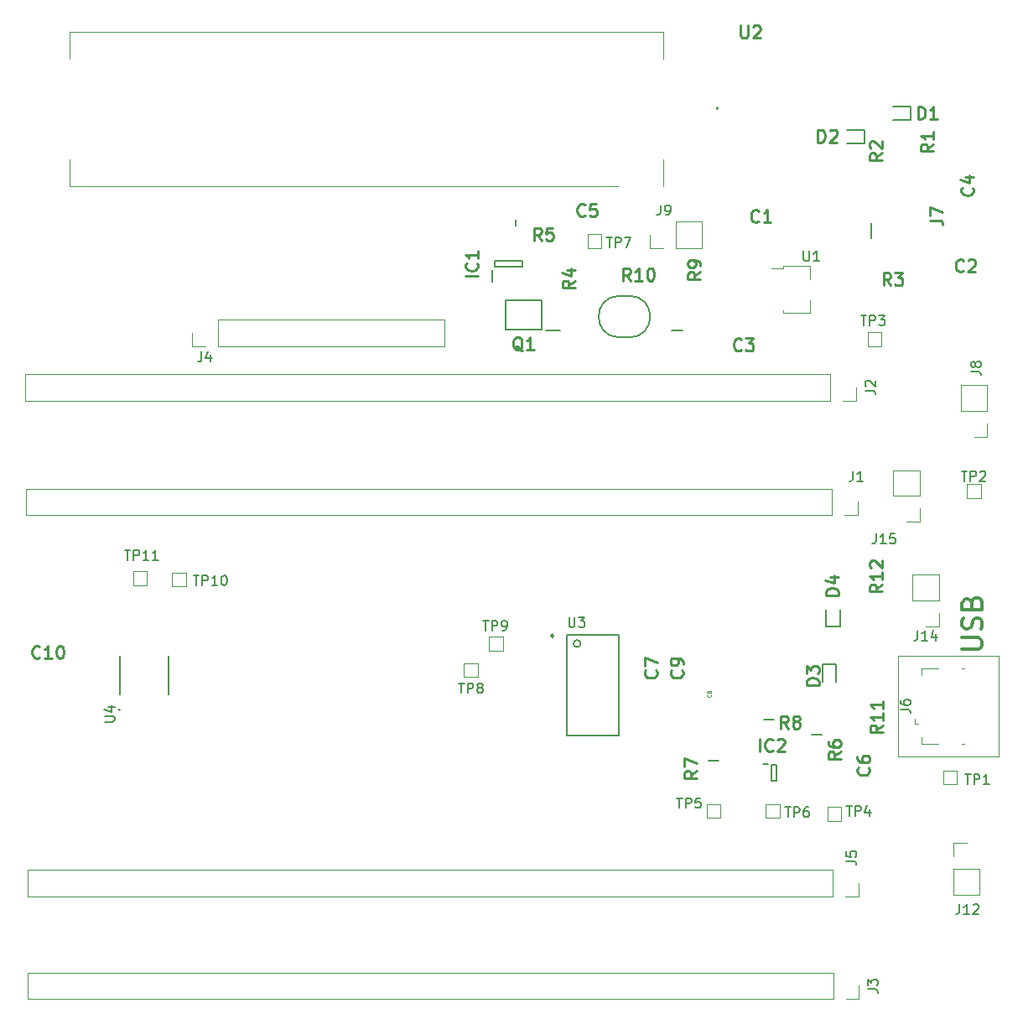
<source format=gbr>
%TF.GenerationSoftware,KiCad,Pcbnew,(6.0.2)*%
%TF.CreationDate,2022-04-11T18:55:53+02:00*%
%TF.ProjectId,main,6d61696e-2e6b-4696-9361-645f70636258,rev?*%
%TF.SameCoordinates,Original*%
%TF.FileFunction,Legend,Top*%
%TF.FilePolarity,Positive*%
%FSLAX46Y46*%
G04 Gerber Fmt 4.6, Leading zero omitted, Abs format (unit mm)*
G04 Created by KiCad (PCBNEW (6.0.2)) date 2022-04-11 18:55:53*
%MOMM*%
%LPD*%
G01*
G04 APERTURE LIST*
%ADD10C,0.100000*%
%ADD11C,0.300000*%
%ADD12C,0.254000*%
%ADD13C,0.150000*%
%ADD14C,0.098425*%
%ADD15C,0.200000*%
%ADD16C,0.120000*%
%ADD17C,0.127000*%
%ADD18C,0.203200*%
G04 APERTURE END LIST*
D10*
X173536000Y-116459000D02*
X183696000Y-116459000D01*
X183696000Y-116459000D02*
X183696000Y-126619000D01*
X183696000Y-126619000D02*
X173536000Y-126619000D01*
X173536000Y-126619000D02*
X173536000Y-116459000D01*
D11*
X180024761Y-115733809D02*
X181643809Y-115733809D01*
X181834285Y-115638571D01*
X181929523Y-115543333D01*
X182024761Y-115352857D01*
X182024761Y-114971904D01*
X181929523Y-114781428D01*
X181834285Y-114686190D01*
X181643809Y-114590952D01*
X180024761Y-114590952D01*
X181929523Y-113733809D02*
X182024761Y-113448095D01*
X182024761Y-112971904D01*
X181929523Y-112781428D01*
X181834285Y-112686190D01*
X181643809Y-112590952D01*
X181453333Y-112590952D01*
X181262857Y-112686190D01*
X181167619Y-112781428D01*
X181072380Y-112971904D01*
X180977142Y-113352857D01*
X180881904Y-113543333D01*
X180786666Y-113638571D01*
X180596190Y-113733809D01*
X180405714Y-113733809D01*
X180215238Y-113638571D01*
X180120000Y-113543333D01*
X180024761Y-113352857D01*
X180024761Y-112876666D01*
X180120000Y-112590952D01*
X180977142Y-111067142D02*
X181072380Y-110781428D01*
X181167619Y-110686190D01*
X181358095Y-110590952D01*
X181643809Y-110590952D01*
X181834285Y-110686190D01*
X181929523Y-110781428D01*
X182024761Y-110971904D01*
X182024761Y-111733809D01*
X180024761Y-111733809D01*
X180024761Y-111067142D01*
X180120000Y-110876666D01*
X180215238Y-110781428D01*
X180405714Y-110686190D01*
X180596190Y-110686190D01*
X180786666Y-110781428D01*
X180881904Y-110876666D01*
X180977142Y-111067142D01*
X180977142Y-111733809D01*
D12*
%TO.C,R4*%
X140924523Y-78531666D02*
X140319761Y-78955000D01*
X140924523Y-79257380D02*
X139654523Y-79257380D01*
X139654523Y-78773571D01*
X139715000Y-78652619D01*
X139775476Y-78592142D01*
X139896428Y-78531666D01*
X140077857Y-78531666D01*
X140198809Y-78592142D01*
X140259285Y-78652619D01*
X140319761Y-78773571D01*
X140319761Y-79257380D01*
X140077857Y-77443095D02*
X140924523Y-77443095D01*
X139594047Y-77745476D02*
X140501190Y-78047857D01*
X140501190Y-77261666D01*
%TO.C,D3*%
X165574523Y-119357380D02*
X164304523Y-119357380D01*
X164304523Y-119055000D01*
X164365000Y-118873571D01*
X164485952Y-118752619D01*
X164606904Y-118692142D01*
X164848809Y-118631666D01*
X165030238Y-118631666D01*
X165272142Y-118692142D01*
X165393095Y-118752619D01*
X165514047Y-118873571D01*
X165574523Y-119055000D01*
X165574523Y-119357380D01*
X164304523Y-118208333D02*
X164304523Y-117422142D01*
X164788333Y-117845476D01*
X164788333Y-117664047D01*
X164848809Y-117543095D01*
X164909285Y-117482619D01*
X165030238Y-117422142D01*
X165332619Y-117422142D01*
X165453571Y-117482619D01*
X165514047Y-117543095D01*
X165574523Y-117664047D01*
X165574523Y-118026904D01*
X165514047Y-118147857D01*
X165453571Y-118208333D01*
%TO.C,J7*%
X176794523Y-72433333D02*
X177701666Y-72433333D01*
X177883095Y-72493809D01*
X178004047Y-72614761D01*
X178064523Y-72796190D01*
X178064523Y-72917142D01*
X176794523Y-71949523D02*
X176794523Y-71102857D01*
X178064523Y-71647142D01*
D13*
%TO.C,J14*%
X175520476Y-113867380D02*
X175520476Y-114581666D01*
X175472857Y-114724523D01*
X175377619Y-114819761D01*
X175234761Y-114867380D01*
X175139523Y-114867380D01*
X176520476Y-114867380D02*
X175949047Y-114867380D01*
X176234761Y-114867380D02*
X176234761Y-113867380D01*
X176139523Y-114010238D01*
X176044285Y-114105476D01*
X175949047Y-114153095D01*
X177377619Y-114200714D02*
X177377619Y-114867380D01*
X177139523Y-113819761D02*
X176901428Y-114534047D01*
X177520476Y-114534047D01*
%TO.C,TP9*%
X131648095Y-112872380D02*
X132219523Y-112872380D01*
X131933809Y-113872380D02*
X131933809Y-112872380D01*
X132552857Y-113872380D02*
X132552857Y-112872380D01*
X132933809Y-112872380D01*
X133029047Y-112920000D01*
X133076666Y-112967619D01*
X133124285Y-113062857D01*
X133124285Y-113205714D01*
X133076666Y-113300952D01*
X133029047Y-113348571D01*
X132933809Y-113396190D01*
X132552857Y-113396190D01*
X133600476Y-113872380D02*
X133790952Y-113872380D01*
X133886190Y-113824761D01*
X133933809Y-113777142D01*
X134029047Y-113634285D01*
X134076666Y-113443809D01*
X134076666Y-113062857D01*
X134029047Y-112967619D01*
X133981428Y-112920000D01*
X133886190Y-112872380D01*
X133695714Y-112872380D01*
X133600476Y-112920000D01*
X133552857Y-112967619D01*
X133505238Y-113062857D01*
X133505238Y-113300952D01*
X133552857Y-113396190D01*
X133600476Y-113443809D01*
X133695714Y-113491428D01*
X133886190Y-113491428D01*
X133981428Y-113443809D01*
X134029047Y-113396190D01*
X134076666Y-113300952D01*
D12*
%TO.C,C10*%
X86896571Y-116553571D02*
X86836095Y-116614047D01*
X86654666Y-116674523D01*
X86533714Y-116674523D01*
X86352285Y-116614047D01*
X86231333Y-116493095D01*
X86170857Y-116372142D01*
X86110380Y-116130238D01*
X86110380Y-115948809D01*
X86170857Y-115706904D01*
X86231333Y-115585952D01*
X86352285Y-115465000D01*
X86533714Y-115404523D01*
X86654666Y-115404523D01*
X86836095Y-115465000D01*
X86896571Y-115525476D01*
X88106095Y-116674523D02*
X87380380Y-116674523D01*
X87743238Y-116674523D02*
X87743238Y-115404523D01*
X87622285Y-115585952D01*
X87501333Y-115706904D01*
X87380380Y-115767380D01*
X88892285Y-115404523D02*
X89013238Y-115404523D01*
X89134190Y-115465000D01*
X89194666Y-115525476D01*
X89255142Y-115646428D01*
X89315619Y-115888333D01*
X89315619Y-116190714D01*
X89255142Y-116432619D01*
X89194666Y-116553571D01*
X89134190Y-116614047D01*
X89013238Y-116674523D01*
X88892285Y-116674523D01*
X88771333Y-116614047D01*
X88710857Y-116553571D01*
X88650380Y-116432619D01*
X88589904Y-116190714D01*
X88589904Y-115888333D01*
X88650380Y-115646428D01*
X88710857Y-115525476D01*
X88771333Y-115465000D01*
X88892285Y-115404523D01*
D13*
%TO.C,J8*%
X180935380Y-87709333D02*
X181649666Y-87709333D01*
X181792523Y-87756952D01*
X181887761Y-87852190D01*
X181935380Y-87995047D01*
X181935380Y-88090285D01*
X181363952Y-87090285D02*
X181316333Y-87185523D01*
X181268714Y-87233142D01*
X181173476Y-87280761D01*
X181125857Y-87280761D01*
X181030619Y-87233142D01*
X180983000Y-87185523D01*
X180935380Y-87090285D01*
X180935380Y-86899809D01*
X180983000Y-86804571D01*
X181030619Y-86756952D01*
X181125857Y-86709333D01*
X181173476Y-86709333D01*
X181268714Y-86756952D01*
X181316333Y-86804571D01*
X181363952Y-86899809D01*
X181363952Y-87090285D01*
X181411571Y-87185523D01*
X181459190Y-87233142D01*
X181554428Y-87280761D01*
X181744904Y-87280761D01*
X181840142Y-87233142D01*
X181887761Y-87185523D01*
X181935380Y-87090285D01*
X181935380Y-86899809D01*
X181887761Y-86804571D01*
X181840142Y-86756952D01*
X181744904Y-86709333D01*
X181554428Y-86709333D01*
X181459190Y-86756952D01*
X181411571Y-86804571D01*
X181363952Y-86899809D01*
D12*
%TO.C,D4*%
X167544523Y-110286380D02*
X166274523Y-110286380D01*
X166274523Y-109984000D01*
X166335000Y-109802571D01*
X166455952Y-109681619D01*
X166576904Y-109621142D01*
X166818809Y-109560666D01*
X167000238Y-109560666D01*
X167242142Y-109621142D01*
X167363095Y-109681619D01*
X167484047Y-109802571D01*
X167544523Y-109984000D01*
X167544523Y-110286380D01*
X166697857Y-108472095D02*
X167544523Y-108472095D01*
X166214047Y-108774476D02*
X167121190Y-109076857D01*
X167121190Y-108290666D01*
D13*
%TO.C,TP11*%
X95461904Y-105742380D02*
X96033333Y-105742380D01*
X95747619Y-106742380D02*
X95747619Y-105742380D01*
X96366666Y-106742380D02*
X96366666Y-105742380D01*
X96747619Y-105742380D01*
X96842857Y-105790000D01*
X96890476Y-105837619D01*
X96938095Y-105932857D01*
X96938095Y-106075714D01*
X96890476Y-106170952D01*
X96842857Y-106218571D01*
X96747619Y-106266190D01*
X96366666Y-106266190D01*
X97890476Y-106742380D02*
X97319047Y-106742380D01*
X97604761Y-106742380D02*
X97604761Y-105742380D01*
X97509523Y-105885238D01*
X97414285Y-105980476D01*
X97319047Y-106028095D01*
X98842857Y-106742380D02*
X98271428Y-106742380D01*
X98557142Y-106742380D02*
X98557142Y-105742380D01*
X98461904Y-105885238D01*
X98366666Y-105980476D01*
X98271428Y-106028095D01*
D12*
%TO.C,R6*%
X167764523Y-126101666D02*
X167159761Y-126525000D01*
X167764523Y-126827380D02*
X166494523Y-126827380D01*
X166494523Y-126343571D01*
X166555000Y-126222619D01*
X166615476Y-126162142D01*
X166736428Y-126101666D01*
X166917857Y-126101666D01*
X167038809Y-126162142D01*
X167099285Y-126222619D01*
X167159761Y-126343571D01*
X167159761Y-126827380D01*
X166494523Y-125013095D02*
X166494523Y-125255000D01*
X166555000Y-125375952D01*
X166615476Y-125436428D01*
X166796904Y-125557380D01*
X167038809Y-125617857D01*
X167522619Y-125617857D01*
X167643571Y-125557380D01*
X167704047Y-125496904D01*
X167764523Y-125375952D01*
X167764523Y-125134047D01*
X167704047Y-125013095D01*
X167643571Y-124952619D01*
X167522619Y-124892142D01*
X167220238Y-124892142D01*
X167099285Y-124952619D01*
X167038809Y-125013095D01*
X166978333Y-125134047D01*
X166978333Y-125375952D01*
X167038809Y-125496904D01*
X167099285Y-125557380D01*
X167220238Y-125617857D01*
%TO.C,C2*%
X180158333Y-77533571D02*
X180097857Y-77594047D01*
X179916428Y-77654523D01*
X179795476Y-77654523D01*
X179614047Y-77594047D01*
X179493095Y-77473095D01*
X179432619Y-77352142D01*
X179372142Y-77110238D01*
X179372142Y-76928809D01*
X179432619Y-76686904D01*
X179493095Y-76565952D01*
X179614047Y-76445000D01*
X179795476Y-76384523D01*
X179916428Y-76384523D01*
X180097857Y-76445000D01*
X180158333Y-76505476D01*
X180642142Y-76505476D02*
X180702619Y-76445000D01*
X180823571Y-76384523D01*
X181125952Y-76384523D01*
X181246904Y-76445000D01*
X181307380Y-76505476D01*
X181367857Y-76626428D01*
X181367857Y-76747380D01*
X181307380Y-76928809D01*
X180581666Y-77654523D01*
X181367857Y-77654523D01*
D13*
%TO.C,TP5*%
X151208095Y-130772380D02*
X151779523Y-130772380D01*
X151493809Y-131772380D02*
X151493809Y-130772380D01*
X152112857Y-131772380D02*
X152112857Y-130772380D01*
X152493809Y-130772380D01*
X152589047Y-130820000D01*
X152636666Y-130867619D01*
X152684285Y-130962857D01*
X152684285Y-131105714D01*
X152636666Y-131200952D01*
X152589047Y-131248571D01*
X152493809Y-131296190D01*
X152112857Y-131296190D01*
X153589047Y-130772380D02*
X153112857Y-130772380D01*
X153065238Y-131248571D01*
X153112857Y-131200952D01*
X153208095Y-131153333D01*
X153446190Y-131153333D01*
X153541428Y-131200952D01*
X153589047Y-131248571D01*
X153636666Y-131343809D01*
X153636666Y-131581904D01*
X153589047Y-131677142D01*
X153541428Y-131724761D01*
X153446190Y-131772380D01*
X153208095Y-131772380D01*
X153112857Y-131724761D01*
X153065238Y-131677142D01*
D12*
%TO.C,R3*%
X172808333Y-79014523D02*
X172385000Y-78409761D01*
X172082619Y-79014523D02*
X172082619Y-77744523D01*
X172566428Y-77744523D01*
X172687380Y-77805000D01*
X172747857Y-77865476D01*
X172808333Y-77986428D01*
X172808333Y-78167857D01*
X172747857Y-78288809D01*
X172687380Y-78349285D01*
X172566428Y-78409761D01*
X172082619Y-78409761D01*
X173231666Y-77744523D02*
X174017857Y-77744523D01*
X173594523Y-78228333D01*
X173775952Y-78228333D01*
X173896904Y-78288809D01*
X173957380Y-78349285D01*
X174017857Y-78470238D01*
X174017857Y-78772619D01*
X173957380Y-78893571D01*
X173896904Y-78954047D01*
X173775952Y-79014523D01*
X173413095Y-79014523D01*
X173292142Y-78954047D01*
X173231666Y-78893571D01*
%TO.C,R1*%
X177133523Y-64728666D02*
X176528761Y-65152000D01*
X177133523Y-65454380D02*
X175863523Y-65454380D01*
X175863523Y-64970571D01*
X175924000Y-64849619D01*
X175984476Y-64789142D01*
X176105428Y-64728666D01*
X176286857Y-64728666D01*
X176407809Y-64789142D01*
X176468285Y-64849619D01*
X176528761Y-64970571D01*
X176528761Y-65454380D01*
X177133523Y-63519142D02*
X177133523Y-64244857D01*
X177133523Y-63882000D02*
X175863523Y-63882000D01*
X176044952Y-64002952D01*
X176165904Y-64123904D01*
X176226380Y-64244857D01*
%TO.C,R2*%
X171934523Y-65641666D02*
X171329761Y-66065000D01*
X171934523Y-66367380D02*
X170664523Y-66367380D01*
X170664523Y-65883571D01*
X170725000Y-65762619D01*
X170785476Y-65702142D01*
X170906428Y-65641666D01*
X171087857Y-65641666D01*
X171208809Y-65702142D01*
X171269285Y-65762619D01*
X171329761Y-65883571D01*
X171329761Y-66367380D01*
X170785476Y-65157857D02*
X170725000Y-65097380D01*
X170664523Y-64976428D01*
X170664523Y-64674047D01*
X170725000Y-64553095D01*
X170785476Y-64492619D01*
X170906428Y-64432142D01*
X171027380Y-64432142D01*
X171208809Y-64492619D01*
X171934523Y-65218333D01*
X171934523Y-64432142D01*
%TO.C,D2*%
X165462619Y-64564523D02*
X165462619Y-63294523D01*
X165765000Y-63294523D01*
X165946428Y-63355000D01*
X166067380Y-63475952D01*
X166127857Y-63596904D01*
X166188333Y-63838809D01*
X166188333Y-64020238D01*
X166127857Y-64262142D01*
X166067380Y-64383095D01*
X165946428Y-64504047D01*
X165765000Y-64564523D01*
X165462619Y-64564523D01*
X166672142Y-63415476D02*
X166732619Y-63355000D01*
X166853571Y-63294523D01*
X167155952Y-63294523D01*
X167276904Y-63355000D01*
X167337380Y-63415476D01*
X167397857Y-63536428D01*
X167397857Y-63657380D01*
X167337380Y-63838809D01*
X166611666Y-64564523D01*
X167397857Y-64564523D01*
%TO.C,D1*%
X175563619Y-62237523D02*
X175563619Y-60967523D01*
X175866000Y-60967523D01*
X176047428Y-61028000D01*
X176168380Y-61148952D01*
X176228857Y-61269904D01*
X176289333Y-61511809D01*
X176289333Y-61693238D01*
X176228857Y-61935142D01*
X176168380Y-62056095D01*
X176047428Y-62177047D01*
X175866000Y-62237523D01*
X175563619Y-62237523D01*
X177498857Y-62237523D02*
X176773142Y-62237523D01*
X177136000Y-62237523D02*
X177136000Y-60967523D01*
X177015047Y-61148952D01*
X176894095Y-61269904D01*
X176773142Y-61330380D01*
D13*
%TO.C,J4*%
X103231666Y-85722380D02*
X103231666Y-86436666D01*
X103184047Y-86579523D01*
X103088809Y-86674761D01*
X102945952Y-86722380D01*
X102850714Y-86722380D01*
X104136428Y-86055714D02*
X104136428Y-86722380D01*
X103898333Y-85674761D02*
X103660238Y-86389047D01*
X104279285Y-86389047D01*
D12*
%TO.C,R5*%
X137528333Y-74484523D02*
X137105000Y-73879761D01*
X136802619Y-74484523D02*
X136802619Y-73214523D01*
X137286428Y-73214523D01*
X137407380Y-73275000D01*
X137467857Y-73335476D01*
X137528333Y-73456428D01*
X137528333Y-73637857D01*
X137467857Y-73758809D01*
X137407380Y-73819285D01*
X137286428Y-73879761D01*
X136802619Y-73879761D01*
X138677380Y-73214523D02*
X138072619Y-73214523D01*
X138012142Y-73819285D01*
X138072619Y-73758809D01*
X138193571Y-73698333D01*
X138495952Y-73698333D01*
X138616904Y-73758809D01*
X138677380Y-73819285D01*
X138737857Y-73940238D01*
X138737857Y-74242619D01*
X138677380Y-74363571D01*
X138616904Y-74424047D01*
X138495952Y-74484523D01*
X138193571Y-74484523D01*
X138072619Y-74424047D01*
X138012142Y-74363571D01*
%TO.C,R12*%
X171971523Y-109196428D02*
X171366761Y-109619761D01*
X171971523Y-109922142D02*
X170701523Y-109922142D01*
X170701523Y-109438333D01*
X170762000Y-109317380D01*
X170822476Y-109256904D01*
X170943428Y-109196428D01*
X171124857Y-109196428D01*
X171245809Y-109256904D01*
X171306285Y-109317380D01*
X171366761Y-109438333D01*
X171366761Y-109922142D01*
X171971523Y-107986904D02*
X171971523Y-108712619D01*
X171971523Y-108349761D02*
X170701523Y-108349761D01*
X170882952Y-108470714D01*
X171003904Y-108591666D01*
X171064380Y-108712619D01*
X170822476Y-107503095D02*
X170762000Y-107442619D01*
X170701523Y-107321666D01*
X170701523Y-107019285D01*
X170762000Y-106898333D01*
X170822476Y-106837857D01*
X170943428Y-106777380D01*
X171064380Y-106777380D01*
X171245809Y-106837857D01*
X171971523Y-107563571D01*
X171971523Y-106777380D01*
D13*
%TO.C,J3*%
X170497380Y-150066333D02*
X171211666Y-150066333D01*
X171354523Y-150113952D01*
X171449761Y-150209190D01*
X171497380Y-150352047D01*
X171497380Y-150447285D01*
X170497380Y-149685380D02*
X170497380Y-149066333D01*
X170878333Y-149399666D01*
X170878333Y-149256809D01*
X170925952Y-149161571D01*
X170973571Y-149113952D01*
X171068809Y-149066333D01*
X171306904Y-149066333D01*
X171402142Y-149113952D01*
X171449761Y-149161571D01*
X171497380Y-149256809D01*
X171497380Y-149542523D01*
X171449761Y-149637761D01*
X171402142Y-149685380D01*
%TO.C,J1*%
X168986666Y-97792380D02*
X168986666Y-98506666D01*
X168939047Y-98649523D01*
X168843809Y-98744761D01*
X168700952Y-98792380D01*
X168605714Y-98792380D01*
X169986666Y-98792380D02*
X169415238Y-98792380D01*
X169700952Y-98792380D02*
X169700952Y-97792380D01*
X169605714Y-97935238D01*
X169510476Y-98030476D01*
X169415238Y-98078095D01*
D12*
%TO.C,C7*%
X149103571Y-117851666D02*
X149164047Y-117912142D01*
X149224523Y-118093571D01*
X149224523Y-118214523D01*
X149164047Y-118395952D01*
X149043095Y-118516904D01*
X148922142Y-118577380D01*
X148680238Y-118637857D01*
X148498809Y-118637857D01*
X148256904Y-118577380D01*
X148135952Y-118516904D01*
X148015000Y-118395952D01*
X147954523Y-118214523D01*
X147954523Y-118093571D01*
X148015000Y-117912142D01*
X148075476Y-117851666D01*
X147954523Y-117428333D02*
X147954523Y-116581666D01*
X149224523Y-117125952D01*
%TO.C,IC2*%
X159570238Y-126064523D02*
X159570238Y-124794523D01*
X160900714Y-125943571D02*
X160840238Y-126004047D01*
X160658809Y-126064523D01*
X160537857Y-126064523D01*
X160356428Y-126004047D01*
X160235476Y-125883095D01*
X160175000Y-125762142D01*
X160114523Y-125520238D01*
X160114523Y-125338809D01*
X160175000Y-125096904D01*
X160235476Y-124975952D01*
X160356428Y-124855000D01*
X160537857Y-124794523D01*
X160658809Y-124794523D01*
X160840238Y-124855000D01*
X160900714Y-124915476D01*
X161384523Y-124915476D02*
X161445000Y-124855000D01*
X161565952Y-124794523D01*
X161868333Y-124794523D01*
X161989285Y-124855000D01*
X162049761Y-124915476D01*
X162110238Y-125036428D01*
X162110238Y-125157380D01*
X162049761Y-125338809D01*
X161324047Y-126064523D01*
X162110238Y-126064523D01*
D13*
%TO.C,TP10*%
X102401904Y-108291380D02*
X102973333Y-108291380D01*
X102687619Y-109291380D02*
X102687619Y-108291380D01*
X103306666Y-109291380D02*
X103306666Y-108291380D01*
X103687619Y-108291380D01*
X103782857Y-108339000D01*
X103830476Y-108386619D01*
X103878095Y-108481857D01*
X103878095Y-108624714D01*
X103830476Y-108719952D01*
X103782857Y-108767571D01*
X103687619Y-108815190D01*
X103306666Y-108815190D01*
X104830476Y-109291380D02*
X104259047Y-109291380D01*
X104544761Y-109291380D02*
X104544761Y-108291380D01*
X104449523Y-108434238D01*
X104354285Y-108529476D01*
X104259047Y-108577095D01*
X105449523Y-108291380D02*
X105544761Y-108291380D01*
X105640000Y-108339000D01*
X105687619Y-108386619D01*
X105735238Y-108481857D01*
X105782857Y-108672333D01*
X105782857Y-108910428D01*
X105735238Y-109100904D01*
X105687619Y-109196142D01*
X105640000Y-109243761D01*
X105544761Y-109291380D01*
X105449523Y-109291380D01*
X105354285Y-109243761D01*
X105306666Y-109196142D01*
X105259047Y-109100904D01*
X105211428Y-108910428D01*
X105211428Y-108672333D01*
X105259047Y-108481857D01*
X105306666Y-108386619D01*
X105354285Y-108339000D01*
X105449523Y-108291380D01*
%TO.C,TP6*%
X162148095Y-131692380D02*
X162719523Y-131692380D01*
X162433809Y-132692380D02*
X162433809Y-131692380D01*
X163052857Y-132692380D02*
X163052857Y-131692380D01*
X163433809Y-131692380D01*
X163529047Y-131740000D01*
X163576666Y-131787619D01*
X163624285Y-131882857D01*
X163624285Y-132025714D01*
X163576666Y-132120952D01*
X163529047Y-132168571D01*
X163433809Y-132216190D01*
X163052857Y-132216190D01*
X164481428Y-131692380D02*
X164290952Y-131692380D01*
X164195714Y-131740000D01*
X164148095Y-131787619D01*
X164052857Y-131930476D01*
X164005238Y-132120952D01*
X164005238Y-132501904D01*
X164052857Y-132597142D01*
X164100476Y-132644761D01*
X164195714Y-132692380D01*
X164386190Y-132692380D01*
X164481428Y-132644761D01*
X164529047Y-132597142D01*
X164576666Y-132501904D01*
X164576666Y-132263809D01*
X164529047Y-132168571D01*
X164481428Y-132120952D01*
X164386190Y-132073333D01*
X164195714Y-132073333D01*
X164100476Y-132120952D01*
X164052857Y-132168571D01*
X164005238Y-132263809D01*
D12*
%TO.C,C3*%
X157738333Y-85513571D02*
X157677857Y-85574047D01*
X157496428Y-85634523D01*
X157375476Y-85634523D01*
X157194047Y-85574047D01*
X157073095Y-85453095D01*
X157012619Y-85332142D01*
X156952142Y-85090238D01*
X156952142Y-84908809D01*
X157012619Y-84666904D01*
X157073095Y-84545952D01*
X157194047Y-84425000D01*
X157375476Y-84364523D01*
X157496428Y-84364523D01*
X157677857Y-84425000D01*
X157738333Y-84485476D01*
X158161666Y-84364523D02*
X158947857Y-84364523D01*
X158524523Y-84848333D01*
X158705952Y-84848333D01*
X158826904Y-84908809D01*
X158887380Y-84969285D01*
X158947857Y-85090238D01*
X158947857Y-85392619D01*
X158887380Y-85513571D01*
X158826904Y-85574047D01*
X158705952Y-85634523D01*
X158343095Y-85634523D01*
X158222142Y-85574047D01*
X158161666Y-85513571D01*
%TO.C,R11*%
X171988523Y-123402428D02*
X171383761Y-123825761D01*
X171988523Y-124128142D02*
X170718523Y-124128142D01*
X170718523Y-123644333D01*
X170779000Y-123523380D01*
X170839476Y-123462904D01*
X170960428Y-123402428D01*
X171141857Y-123402428D01*
X171262809Y-123462904D01*
X171323285Y-123523380D01*
X171383761Y-123644333D01*
X171383761Y-124128142D01*
X171988523Y-122192904D02*
X171988523Y-122918619D01*
X171988523Y-122555761D02*
X170718523Y-122555761D01*
X170899952Y-122676714D01*
X171020904Y-122797666D01*
X171081380Y-122918619D01*
X171988523Y-120983380D02*
X171988523Y-121709095D01*
X171988523Y-121346238D02*
X170718523Y-121346238D01*
X170899952Y-121467190D01*
X171020904Y-121588142D01*
X171081380Y-121709095D01*
%TO.C,R9*%
X153609523Y-77681666D02*
X153004761Y-78105000D01*
X153609523Y-78407380D02*
X152339523Y-78407380D01*
X152339523Y-77923571D01*
X152400000Y-77802619D01*
X152460476Y-77742142D01*
X152581428Y-77681666D01*
X152762857Y-77681666D01*
X152883809Y-77742142D01*
X152944285Y-77802619D01*
X153004761Y-77923571D01*
X153004761Y-78407380D01*
X153609523Y-77076904D02*
X153609523Y-76835000D01*
X153549047Y-76714047D01*
X153488571Y-76653571D01*
X153307142Y-76532619D01*
X153065238Y-76472142D01*
X152581428Y-76472142D01*
X152460476Y-76532619D01*
X152400000Y-76593095D01*
X152339523Y-76714047D01*
X152339523Y-76955952D01*
X152400000Y-77076904D01*
X152460476Y-77137380D01*
X152581428Y-77197857D01*
X152883809Y-77197857D01*
X153004761Y-77137380D01*
X153065238Y-77076904D01*
X153125714Y-76955952D01*
X153125714Y-76714047D01*
X153065238Y-76593095D01*
X153004761Y-76532619D01*
X152883809Y-76472142D01*
D13*
%TO.C,TP7*%
X144103095Y-74172380D02*
X144674523Y-74172380D01*
X144388809Y-75172380D02*
X144388809Y-74172380D01*
X145007857Y-75172380D02*
X145007857Y-74172380D01*
X145388809Y-74172380D01*
X145484047Y-74220000D01*
X145531666Y-74267619D01*
X145579285Y-74362857D01*
X145579285Y-74505714D01*
X145531666Y-74600952D01*
X145484047Y-74648571D01*
X145388809Y-74696190D01*
X145007857Y-74696190D01*
X145912619Y-74172380D02*
X146579285Y-74172380D01*
X146150714Y-75172380D01*
D12*
%TO.C,IC1*%
X131144523Y-78089761D02*
X129874523Y-78089761D01*
X131023571Y-76759285D02*
X131084047Y-76819761D01*
X131144523Y-77001190D01*
X131144523Y-77122142D01*
X131084047Y-77303571D01*
X130963095Y-77424523D01*
X130842142Y-77485000D01*
X130600238Y-77545476D01*
X130418809Y-77545476D01*
X130176904Y-77485000D01*
X130055952Y-77424523D01*
X129935000Y-77303571D01*
X129874523Y-77122142D01*
X129874523Y-77001190D01*
X129935000Y-76819761D01*
X129995476Y-76759285D01*
X131144523Y-75549761D02*
X131144523Y-76275476D01*
X131144523Y-75912619D02*
X129874523Y-75912619D01*
X130055952Y-76033571D01*
X130176904Y-76154523D01*
X130237380Y-76275476D01*
%TO.C,C6*%
X170563571Y-127671666D02*
X170624047Y-127732142D01*
X170684523Y-127913571D01*
X170684523Y-128034523D01*
X170624047Y-128215952D01*
X170503095Y-128336904D01*
X170382142Y-128397380D01*
X170140238Y-128457857D01*
X169958809Y-128457857D01*
X169716904Y-128397380D01*
X169595952Y-128336904D01*
X169475000Y-128215952D01*
X169414523Y-128034523D01*
X169414523Y-127913571D01*
X169475000Y-127732142D01*
X169535476Y-127671666D01*
X169414523Y-126583095D02*
X169414523Y-126825000D01*
X169475000Y-126945952D01*
X169535476Y-127006428D01*
X169716904Y-127127380D01*
X169958809Y-127187857D01*
X170442619Y-127187857D01*
X170563571Y-127127380D01*
X170624047Y-127066904D01*
X170684523Y-126945952D01*
X170684523Y-126704047D01*
X170624047Y-126583095D01*
X170563571Y-126522619D01*
X170442619Y-126462142D01*
X170140238Y-126462142D01*
X170019285Y-126522619D01*
X169958809Y-126583095D01*
X169898333Y-126704047D01*
X169898333Y-126945952D01*
X169958809Y-127066904D01*
X170019285Y-127127380D01*
X170140238Y-127187857D01*
%TO.C,U2*%
X157655380Y-52771523D02*
X157655380Y-53799619D01*
X157715857Y-53920571D01*
X157776333Y-53981047D01*
X157897285Y-54041523D01*
X158139190Y-54041523D01*
X158260142Y-53981047D01*
X158320619Y-53920571D01*
X158381095Y-53799619D01*
X158381095Y-52771523D01*
X158925380Y-52892476D02*
X158985857Y-52832000D01*
X159106809Y-52771523D01*
X159409190Y-52771523D01*
X159530142Y-52832000D01*
X159590619Y-52892476D01*
X159651095Y-53013428D01*
X159651095Y-53134380D01*
X159590619Y-53315809D01*
X158864904Y-54041523D01*
X159651095Y-54041523D01*
D13*
%TO.C,J6*%
X173782380Y-121823333D02*
X174496666Y-121823333D01*
X174639523Y-121870952D01*
X174734761Y-121966190D01*
X174782380Y-122109047D01*
X174782380Y-122204285D01*
X173782380Y-120918571D02*
X173782380Y-121109047D01*
X173830000Y-121204285D01*
X173877619Y-121251904D01*
X174020476Y-121347142D01*
X174210952Y-121394761D01*
X174591904Y-121394761D01*
X174687142Y-121347142D01*
X174734761Y-121299523D01*
X174782380Y-121204285D01*
X174782380Y-121013809D01*
X174734761Y-120918571D01*
X174687142Y-120870952D01*
X174591904Y-120823333D01*
X174353809Y-120823333D01*
X174258571Y-120870952D01*
X174210952Y-120918571D01*
X174163333Y-121013809D01*
X174163333Y-121204285D01*
X174210952Y-121299523D01*
X174258571Y-121347142D01*
X174353809Y-121394761D01*
%TO.C,TP1*%
X180328095Y-128362380D02*
X180899523Y-128362380D01*
X180613809Y-129362380D02*
X180613809Y-128362380D01*
X181232857Y-129362380D02*
X181232857Y-128362380D01*
X181613809Y-128362380D01*
X181709047Y-128410000D01*
X181756666Y-128457619D01*
X181804285Y-128552857D01*
X181804285Y-128695714D01*
X181756666Y-128790952D01*
X181709047Y-128838571D01*
X181613809Y-128886190D01*
X181232857Y-128886190D01*
X182756666Y-129362380D02*
X182185238Y-129362380D01*
X182470952Y-129362380D02*
X182470952Y-128362380D01*
X182375714Y-128505238D01*
X182280476Y-128600476D01*
X182185238Y-128648095D01*
D12*
%TO.C,C5*%
X141933333Y-71934571D02*
X141872857Y-71995047D01*
X141691428Y-72055523D01*
X141570476Y-72055523D01*
X141389047Y-71995047D01*
X141268095Y-71874095D01*
X141207619Y-71753142D01*
X141147142Y-71511238D01*
X141147142Y-71329809D01*
X141207619Y-71087904D01*
X141268095Y-70966952D01*
X141389047Y-70846000D01*
X141570476Y-70785523D01*
X141691428Y-70785523D01*
X141872857Y-70846000D01*
X141933333Y-70906476D01*
X143082380Y-70785523D02*
X142477619Y-70785523D01*
X142417142Y-71390285D01*
X142477619Y-71329809D01*
X142598571Y-71269333D01*
X142900952Y-71269333D01*
X143021904Y-71329809D01*
X143082380Y-71390285D01*
X143142857Y-71511238D01*
X143142857Y-71813619D01*
X143082380Y-71934571D01*
X143021904Y-71995047D01*
X142900952Y-72055523D01*
X142598571Y-72055523D01*
X142477619Y-71995047D01*
X142417142Y-71934571D01*
D13*
%TO.C,TP4*%
X168337095Y-131558380D02*
X168908523Y-131558380D01*
X168622809Y-132558380D02*
X168622809Y-131558380D01*
X169241857Y-132558380D02*
X169241857Y-131558380D01*
X169622809Y-131558380D01*
X169718047Y-131606000D01*
X169765666Y-131653619D01*
X169813285Y-131748857D01*
X169813285Y-131891714D01*
X169765666Y-131986952D01*
X169718047Y-132034571D01*
X169622809Y-132082190D01*
X169241857Y-132082190D01*
X170670428Y-131891714D02*
X170670428Y-132558380D01*
X170432333Y-131510761D02*
X170194238Y-132225047D01*
X170813285Y-132225047D01*
%TO.C,U4*%
X93430962Y-123064878D02*
X94242583Y-123064878D01*
X94338068Y-123017136D01*
X94385810Y-122969394D01*
X94433553Y-122873909D01*
X94433553Y-122682939D01*
X94385810Y-122587454D01*
X94338068Y-122539712D01*
X94242583Y-122491969D01*
X93430962Y-122491969D01*
X93765159Y-121584863D02*
X94433553Y-121584863D01*
X93383219Y-121823575D02*
X94099356Y-122062287D01*
X94099356Y-121441636D01*
D12*
%TO.C,C1*%
X159488333Y-72533571D02*
X159427857Y-72594047D01*
X159246428Y-72654523D01*
X159125476Y-72654523D01*
X158944047Y-72594047D01*
X158823095Y-72473095D01*
X158762619Y-72352142D01*
X158702142Y-72110238D01*
X158702142Y-71928809D01*
X158762619Y-71686904D01*
X158823095Y-71565952D01*
X158944047Y-71445000D01*
X159125476Y-71384523D01*
X159246428Y-71384523D01*
X159427857Y-71445000D01*
X159488333Y-71505476D01*
X160697857Y-72654523D02*
X159972142Y-72654523D01*
X160335000Y-72654523D02*
X160335000Y-71384523D01*
X160214047Y-71565952D01*
X160093095Y-71686904D01*
X159972142Y-71747380D01*
D13*
%TO.C,J5*%
X168327380Y-137137333D02*
X169041666Y-137137333D01*
X169184523Y-137184952D01*
X169279761Y-137280190D01*
X169327380Y-137423047D01*
X169327380Y-137518285D01*
X168327380Y-136184952D02*
X168327380Y-136661142D01*
X168803571Y-136708761D01*
X168755952Y-136661142D01*
X168708333Y-136565904D01*
X168708333Y-136327809D01*
X168755952Y-136232571D01*
X168803571Y-136184952D01*
X168898809Y-136137333D01*
X169136904Y-136137333D01*
X169232142Y-136184952D01*
X169279761Y-136232571D01*
X169327380Y-136327809D01*
X169327380Y-136565904D01*
X169279761Y-136661142D01*
X169232142Y-136708761D01*
%TO.C,TP2*%
X179958095Y-97764380D02*
X180529523Y-97764380D01*
X180243809Y-98764380D02*
X180243809Y-97764380D01*
X180862857Y-98764380D02*
X180862857Y-97764380D01*
X181243809Y-97764380D01*
X181339047Y-97812000D01*
X181386666Y-97859619D01*
X181434285Y-97954857D01*
X181434285Y-98097714D01*
X181386666Y-98192952D01*
X181339047Y-98240571D01*
X181243809Y-98288190D01*
X180862857Y-98288190D01*
X181815238Y-97859619D02*
X181862857Y-97812000D01*
X181958095Y-97764380D01*
X182196190Y-97764380D01*
X182291428Y-97812000D01*
X182339047Y-97859619D01*
X182386666Y-97954857D01*
X182386666Y-98050095D01*
X182339047Y-98192952D01*
X181767619Y-98764380D01*
X182386666Y-98764380D01*
%TO.C,TP8*%
X129188095Y-119182380D02*
X129759523Y-119182380D01*
X129473809Y-120182380D02*
X129473809Y-119182380D01*
X130092857Y-120182380D02*
X130092857Y-119182380D01*
X130473809Y-119182380D01*
X130569047Y-119230000D01*
X130616666Y-119277619D01*
X130664285Y-119372857D01*
X130664285Y-119515714D01*
X130616666Y-119610952D01*
X130569047Y-119658571D01*
X130473809Y-119706190D01*
X130092857Y-119706190D01*
X131235714Y-119610952D02*
X131140476Y-119563333D01*
X131092857Y-119515714D01*
X131045238Y-119420476D01*
X131045238Y-119372857D01*
X131092857Y-119277619D01*
X131140476Y-119230000D01*
X131235714Y-119182380D01*
X131426190Y-119182380D01*
X131521428Y-119230000D01*
X131569047Y-119277619D01*
X131616666Y-119372857D01*
X131616666Y-119420476D01*
X131569047Y-119515714D01*
X131521428Y-119563333D01*
X131426190Y-119610952D01*
X131235714Y-119610952D01*
X131140476Y-119658571D01*
X131092857Y-119706190D01*
X131045238Y-119801428D01*
X131045238Y-119991904D01*
X131092857Y-120087142D01*
X131140476Y-120134761D01*
X131235714Y-120182380D01*
X131426190Y-120182380D01*
X131521428Y-120134761D01*
X131569047Y-120087142D01*
X131616666Y-119991904D01*
X131616666Y-119801428D01*
X131569047Y-119706190D01*
X131521428Y-119658571D01*
X131426190Y-119610952D01*
%TO.C,U1*%
X164018095Y-75552380D02*
X164018095Y-76361904D01*
X164065714Y-76457142D01*
X164113333Y-76504761D01*
X164208571Y-76552380D01*
X164399047Y-76552380D01*
X164494285Y-76504761D01*
X164541904Y-76457142D01*
X164589523Y-76361904D01*
X164589523Y-75552380D01*
X165589523Y-76552380D02*
X165018095Y-76552380D01*
X165303809Y-76552380D02*
X165303809Y-75552380D01*
X165208571Y-75695238D01*
X165113333Y-75790476D01*
X165018095Y-75838095D01*
D12*
%TO.C,R8*%
X162448333Y-123744523D02*
X162025000Y-123139761D01*
X161722619Y-123744523D02*
X161722619Y-122474523D01*
X162206428Y-122474523D01*
X162327380Y-122535000D01*
X162387857Y-122595476D01*
X162448333Y-122716428D01*
X162448333Y-122897857D01*
X162387857Y-123018809D01*
X162327380Y-123079285D01*
X162206428Y-123139761D01*
X161722619Y-123139761D01*
X163174047Y-123018809D02*
X163053095Y-122958333D01*
X162992619Y-122897857D01*
X162932142Y-122776904D01*
X162932142Y-122716428D01*
X162992619Y-122595476D01*
X163053095Y-122535000D01*
X163174047Y-122474523D01*
X163415952Y-122474523D01*
X163536904Y-122535000D01*
X163597380Y-122595476D01*
X163657857Y-122716428D01*
X163657857Y-122776904D01*
X163597380Y-122897857D01*
X163536904Y-122958333D01*
X163415952Y-123018809D01*
X163174047Y-123018809D01*
X163053095Y-123079285D01*
X162992619Y-123139761D01*
X162932142Y-123260714D01*
X162932142Y-123502619D01*
X162992619Y-123623571D01*
X163053095Y-123684047D01*
X163174047Y-123744523D01*
X163415952Y-123744523D01*
X163536904Y-123684047D01*
X163597380Y-123623571D01*
X163657857Y-123502619D01*
X163657857Y-123260714D01*
X163597380Y-123139761D01*
X163536904Y-123079285D01*
X163415952Y-123018809D01*
D13*
%TO.C,J2*%
X170228380Y-89639333D02*
X170942666Y-89639333D01*
X171085523Y-89686952D01*
X171180761Y-89782190D01*
X171228380Y-89925047D01*
X171228380Y-90020285D01*
X170323619Y-89210761D02*
X170276000Y-89163142D01*
X170228380Y-89067904D01*
X170228380Y-88829809D01*
X170276000Y-88734571D01*
X170323619Y-88686952D01*
X170418857Y-88639333D01*
X170514095Y-88639333D01*
X170656952Y-88686952D01*
X171228380Y-89258380D01*
X171228380Y-88639333D01*
D12*
%TO.C,R10*%
X146503571Y-78552523D02*
X146080238Y-77947761D01*
X145777857Y-78552523D02*
X145777857Y-77282523D01*
X146261666Y-77282523D01*
X146382619Y-77343000D01*
X146443095Y-77403476D01*
X146503571Y-77524428D01*
X146503571Y-77705857D01*
X146443095Y-77826809D01*
X146382619Y-77887285D01*
X146261666Y-77947761D01*
X145777857Y-77947761D01*
X147713095Y-78552523D02*
X146987380Y-78552523D01*
X147350238Y-78552523D02*
X147350238Y-77282523D01*
X147229285Y-77463952D01*
X147108333Y-77584904D01*
X146987380Y-77645380D01*
X148499285Y-77282523D02*
X148620238Y-77282523D01*
X148741190Y-77343000D01*
X148801666Y-77403476D01*
X148862142Y-77524428D01*
X148922619Y-77766333D01*
X148922619Y-78068714D01*
X148862142Y-78310619D01*
X148801666Y-78431571D01*
X148741190Y-78492047D01*
X148620238Y-78552523D01*
X148499285Y-78552523D01*
X148378333Y-78492047D01*
X148317857Y-78431571D01*
X148257380Y-78310619D01*
X148196904Y-78068714D01*
X148196904Y-77766333D01*
X148257380Y-77524428D01*
X148317857Y-77403476D01*
X148378333Y-77343000D01*
X148499285Y-77282523D01*
%TO.C,Q1*%
X135639047Y-85636476D02*
X135518095Y-85576000D01*
X135397142Y-85455047D01*
X135215714Y-85273619D01*
X135094761Y-85213142D01*
X134973809Y-85213142D01*
X135034285Y-85515523D02*
X134913333Y-85455047D01*
X134792380Y-85334095D01*
X134731904Y-85092190D01*
X134731904Y-84668857D01*
X134792380Y-84426952D01*
X134913333Y-84306000D01*
X135034285Y-84245523D01*
X135276190Y-84245523D01*
X135397142Y-84306000D01*
X135518095Y-84426952D01*
X135578571Y-84668857D01*
X135578571Y-85092190D01*
X135518095Y-85334095D01*
X135397142Y-85455047D01*
X135276190Y-85515523D01*
X135034285Y-85515523D01*
X136788095Y-85515523D02*
X136062380Y-85515523D01*
X136425238Y-85515523D02*
X136425238Y-84245523D01*
X136304285Y-84426952D01*
X136183333Y-84547904D01*
X136062380Y-84608380D01*
D13*
%TO.C,J9*%
X149566666Y-70922380D02*
X149566666Y-71636666D01*
X149519047Y-71779523D01*
X149423809Y-71874761D01*
X149280952Y-71922380D01*
X149185714Y-71922380D01*
X150090476Y-71922380D02*
X150280952Y-71922380D01*
X150376190Y-71874761D01*
X150423809Y-71827142D01*
X150519047Y-71684285D01*
X150566666Y-71493809D01*
X150566666Y-71112857D01*
X150519047Y-71017619D01*
X150471428Y-70970000D01*
X150376190Y-70922380D01*
X150185714Y-70922380D01*
X150090476Y-70970000D01*
X150042857Y-71017619D01*
X149995238Y-71112857D01*
X149995238Y-71350952D01*
X150042857Y-71446190D01*
X150090476Y-71493809D01*
X150185714Y-71541428D01*
X150376190Y-71541428D01*
X150471428Y-71493809D01*
X150519047Y-71446190D01*
X150566666Y-71350952D01*
D14*
%TO.C,C8*%
X154640607Y-120325616D02*
X154659355Y-120344364D01*
X154678102Y-120400607D01*
X154678102Y-120438102D01*
X154659355Y-120494345D01*
X154621859Y-120531841D01*
X154584364Y-120550588D01*
X154509373Y-120569336D01*
X154453130Y-120569336D01*
X154378140Y-120550588D01*
X154340644Y-120531841D01*
X154303149Y-120494345D01*
X154284401Y-120438102D01*
X154284401Y-120400607D01*
X154303149Y-120344364D01*
X154321897Y-120325616D01*
X154453130Y-120100644D02*
X154434383Y-120138140D01*
X154415635Y-120156887D01*
X154378140Y-120175635D01*
X154359392Y-120175635D01*
X154321897Y-120156887D01*
X154303149Y-120138140D01*
X154284401Y-120100644D01*
X154284401Y-120025654D01*
X154303149Y-119988158D01*
X154321897Y-119969411D01*
X154359392Y-119950663D01*
X154378140Y-119950663D01*
X154415635Y-119969411D01*
X154434383Y-119988158D01*
X154453130Y-120025654D01*
X154453130Y-120100644D01*
X154471878Y-120138140D01*
X154490626Y-120156887D01*
X154528121Y-120175635D01*
X154603112Y-120175635D01*
X154640607Y-120156887D01*
X154659355Y-120138140D01*
X154678102Y-120100644D01*
X154678102Y-120025654D01*
X154659355Y-119988158D01*
X154640607Y-119969411D01*
X154603112Y-119950663D01*
X154528121Y-119950663D01*
X154490626Y-119969411D01*
X154471878Y-119988158D01*
X154453130Y-120025654D01*
D12*
%TO.C,C9*%
X151723571Y-117851666D02*
X151784047Y-117912142D01*
X151844523Y-118093571D01*
X151844523Y-118214523D01*
X151784047Y-118395952D01*
X151663095Y-118516904D01*
X151542142Y-118577380D01*
X151300238Y-118637857D01*
X151118809Y-118637857D01*
X150876904Y-118577380D01*
X150755952Y-118516904D01*
X150635000Y-118395952D01*
X150574523Y-118214523D01*
X150574523Y-118093571D01*
X150635000Y-117912142D01*
X150695476Y-117851666D01*
X151844523Y-117246904D02*
X151844523Y-117005000D01*
X151784047Y-116884047D01*
X151723571Y-116823571D01*
X151542142Y-116702619D01*
X151300238Y-116642142D01*
X150816428Y-116642142D01*
X150695476Y-116702619D01*
X150635000Y-116763095D01*
X150574523Y-116884047D01*
X150574523Y-117125952D01*
X150635000Y-117246904D01*
X150695476Y-117307380D01*
X150816428Y-117367857D01*
X151118809Y-117367857D01*
X151239761Y-117307380D01*
X151300238Y-117246904D01*
X151360714Y-117125952D01*
X151360714Y-116884047D01*
X151300238Y-116763095D01*
X151239761Y-116702619D01*
X151118809Y-116642142D01*
D13*
%TO.C,TP3*%
X169788095Y-82042380D02*
X170359523Y-82042380D01*
X170073809Y-83042380D02*
X170073809Y-82042380D01*
X170692857Y-83042380D02*
X170692857Y-82042380D01*
X171073809Y-82042380D01*
X171169047Y-82090000D01*
X171216666Y-82137619D01*
X171264285Y-82232857D01*
X171264285Y-82375714D01*
X171216666Y-82470952D01*
X171169047Y-82518571D01*
X171073809Y-82566190D01*
X170692857Y-82566190D01*
X171597619Y-82042380D02*
X172216666Y-82042380D01*
X171883333Y-82423333D01*
X172026190Y-82423333D01*
X172121428Y-82470952D01*
X172169047Y-82518571D01*
X172216666Y-82613809D01*
X172216666Y-82851904D01*
X172169047Y-82947142D01*
X172121428Y-82994761D01*
X172026190Y-83042380D01*
X171740476Y-83042380D01*
X171645238Y-82994761D01*
X171597619Y-82947142D01*
D12*
%TO.C,R7*%
X153254523Y-128021666D02*
X152649761Y-128445000D01*
X153254523Y-128747380D02*
X151984523Y-128747380D01*
X151984523Y-128263571D01*
X152045000Y-128142619D01*
X152105476Y-128082142D01*
X152226428Y-128021666D01*
X152407857Y-128021666D01*
X152528809Y-128082142D01*
X152589285Y-128142619D01*
X152649761Y-128263571D01*
X152649761Y-128747380D01*
X151984523Y-127598333D02*
X151984523Y-126751666D01*
X153254523Y-127295952D01*
D13*
%TO.C,J12*%
X179750476Y-141497380D02*
X179750476Y-142211666D01*
X179702857Y-142354523D01*
X179607619Y-142449761D01*
X179464761Y-142497380D01*
X179369523Y-142497380D01*
X180750476Y-142497380D02*
X180179047Y-142497380D01*
X180464761Y-142497380D02*
X180464761Y-141497380D01*
X180369523Y-141640238D01*
X180274285Y-141735476D01*
X180179047Y-141783095D01*
X181131428Y-141592619D02*
X181179047Y-141545000D01*
X181274285Y-141497380D01*
X181512380Y-141497380D01*
X181607619Y-141545000D01*
X181655238Y-141592619D01*
X181702857Y-141687857D01*
X181702857Y-141783095D01*
X181655238Y-141925952D01*
X181083809Y-142497380D01*
X181702857Y-142497380D01*
%TO.C,U3*%
X140327143Y-112509916D02*
X140327143Y-113320791D01*
X140374842Y-113416188D01*
X140422540Y-113463887D01*
X140517937Y-113511585D01*
X140708731Y-113511585D01*
X140804128Y-113463887D01*
X140851827Y-113416188D01*
X140899525Y-113320791D01*
X140899525Y-112509916D01*
X141281114Y-112509916D02*
X141901194Y-112509916D01*
X141567305Y-112891505D01*
X141710400Y-112891505D01*
X141805797Y-112939203D01*
X141853496Y-112986902D01*
X141901194Y-113082299D01*
X141901194Y-113320791D01*
X141853496Y-113416188D01*
X141805797Y-113463887D01*
X141710400Y-113511585D01*
X141424209Y-113511585D01*
X141328812Y-113463887D01*
X141281114Y-113416188D01*
%TO.C,J15*%
X171350476Y-104082380D02*
X171350476Y-104796666D01*
X171302857Y-104939523D01*
X171207619Y-105034761D01*
X171064761Y-105082380D01*
X170969523Y-105082380D01*
X172350476Y-105082380D02*
X171779047Y-105082380D01*
X172064761Y-105082380D02*
X172064761Y-104082380D01*
X171969523Y-104225238D01*
X171874285Y-104320476D01*
X171779047Y-104368095D01*
X173255238Y-104082380D02*
X172779047Y-104082380D01*
X172731428Y-104558571D01*
X172779047Y-104510952D01*
X172874285Y-104463333D01*
X173112380Y-104463333D01*
X173207619Y-104510952D01*
X173255238Y-104558571D01*
X173302857Y-104653809D01*
X173302857Y-104891904D01*
X173255238Y-104987142D01*
X173207619Y-105034761D01*
X173112380Y-105082380D01*
X172874285Y-105082380D01*
X172779047Y-105034761D01*
X172731428Y-104987142D01*
D12*
%TO.C,C4*%
X181059571Y-69133666D02*
X181120047Y-69194142D01*
X181180523Y-69375571D01*
X181180523Y-69496523D01*
X181120047Y-69677952D01*
X180999095Y-69798904D01*
X180878142Y-69859380D01*
X180636238Y-69919857D01*
X180454809Y-69919857D01*
X180212904Y-69859380D01*
X180091952Y-69798904D01*
X179971000Y-69677952D01*
X179910523Y-69496523D01*
X179910523Y-69375571D01*
X179971000Y-69194142D01*
X180031476Y-69133666D01*
X180333857Y-68045095D02*
X181180523Y-68045095D01*
X179850047Y-68347476D02*
X180757190Y-68649857D01*
X180757190Y-67863666D01*
D15*
%TO.C,D3*%
X167330000Y-117245000D02*
X165930000Y-117245000D01*
X165930000Y-117245000D02*
X165930000Y-119020000D01*
X167330000Y-119020000D02*
X167330000Y-117245000D01*
%TO.C,J7*%
X170877000Y-74214000D02*
X170877000Y-72689000D01*
D16*
%TO.C,J14*%
X175000000Y-110815000D02*
X175000000Y-108215000D01*
X177660000Y-110815000D02*
X175000000Y-110815000D01*
X177660000Y-112085000D02*
X177660000Y-113415000D01*
X177660000Y-113415000D02*
X176330000Y-113415000D01*
X177660000Y-110815000D02*
X177660000Y-108215000D01*
X177660000Y-108215000D02*
X175000000Y-108215000D01*
%TO.C,TP9*%
X132269000Y-115889000D02*
X132269000Y-114489000D01*
X132269000Y-114489000D02*
X133669000Y-114489000D01*
X133669000Y-115889000D02*
X132269000Y-115889000D01*
X133669000Y-114489000D02*
X133669000Y-115889000D01*
%TO.C,J8*%
X182559000Y-89099000D02*
X179899000Y-89099000D01*
X182559000Y-94299000D02*
X181229000Y-94299000D01*
X182559000Y-92969000D02*
X182559000Y-94299000D01*
X179899000Y-91699000D02*
X179899000Y-89099000D01*
X182559000Y-91699000D02*
X182559000Y-89099000D01*
X182559000Y-91699000D02*
X179899000Y-91699000D01*
D15*
%TO.C,D4*%
X167670000Y-113495000D02*
X167670000Y-111720000D01*
X166270000Y-111720000D02*
X166270000Y-113495000D01*
X166270000Y-113495000D02*
X167670000Y-113495000D01*
D16*
%TO.C,TP11*%
X96328000Y-109285000D02*
X96328000Y-107885000D01*
X97728000Y-109285000D02*
X96328000Y-109285000D01*
X96328000Y-107885000D02*
X97728000Y-107885000D01*
X97728000Y-107885000D02*
X97728000Y-109285000D01*
D15*
%TO.C,R6*%
X165855000Y-124380000D02*
X164805000Y-124380000D01*
D16*
%TO.C,TP5*%
X155640000Y-131380000D02*
X155640000Y-132780000D01*
X155640000Y-132780000D02*
X154240000Y-132780000D01*
X154240000Y-132780000D02*
X154240000Y-131380000D01*
X154240000Y-131380000D02*
X155640000Y-131380000D01*
D15*
%TO.C,D2*%
X168430000Y-64710000D02*
X170205000Y-64710000D01*
X170205000Y-63310000D02*
X168430000Y-63310000D01*
X170205000Y-64710000D02*
X170205000Y-63310000D01*
%TO.C,D1*%
X174825000Y-62340000D02*
X174825000Y-60940000D01*
X174825000Y-60940000D02*
X173050000Y-60940000D01*
X173050000Y-62340000D02*
X174825000Y-62340000D01*
D16*
%TO.C,J4*%
X127785000Y-85140000D02*
X127785000Y-82480000D01*
X104865000Y-85140000D02*
X127785000Y-85140000D01*
X102265000Y-85140000D02*
X102265000Y-83810000D01*
X103595000Y-85140000D02*
X102265000Y-85140000D01*
X104865000Y-82480000D02*
X127785000Y-82480000D01*
X104865000Y-85140000D02*
X104865000Y-82480000D01*
D15*
%TO.C,R5*%
X134960000Y-72375000D02*
X134960000Y-73025000D01*
D16*
%TO.C,J3*%
X85665000Y-148403000D02*
X85665000Y-151063000D01*
X167005000Y-148403000D02*
X167005000Y-151063000D01*
X167005000Y-148403000D02*
X85665000Y-148403000D01*
X169605000Y-151063000D02*
X168275000Y-151063000D01*
X167005000Y-151063000D02*
X85665000Y-151063000D01*
X169605000Y-149733000D02*
X169605000Y-151063000D01*
%TO.C,J1*%
X169463000Y-102193000D02*
X168133000Y-102193000D01*
X166863000Y-99533000D02*
X85523000Y-99533000D01*
X166863000Y-99533000D02*
X166863000Y-102193000D01*
X85523000Y-99533000D02*
X85523000Y-102193000D01*
X169463000Y-100863000D02*
X169463000Y-102193000D01*
X166863000Y-102193000D02*
X85523000Y-102193000D01*
D15*
%TO.C,IC2*%
X160765400Y-129046736D02*
X160765400Y-127446736D01*
X161265400Y-129046736D02*
X160765400Y-129046736D01*
X159940400Y-127346736D02*
X160415400Y-127346736D01*
X161265400Y-127446736D02*
X161265400Y-129046736D01*
X160765400Y-127446736D02*
X161265400Y-127446736D01*
D16*
%TO.C,TP10*%
X100265000Y-108012000D02*
X101665000Y-108012000D01*
X101665000Y-108012000D02*
X101665000Y-109412000D01*
X101665000Y-109412000D02*
X100265000Y-109412000D01*
X100265000Y-109412000D02*
X100265000Y-108012000D01*
%TO.C,TP6*%
X161588400Y-132780000D02*
X160188400Y-132780000D01*
X161588400Y-131380000D02*
X161588400Y-132780000D01*
X160188400Y-132780000D02*
X160188400Y-131380000D01*
X160188400Y-131380000D02*
X161588400Y-131380000D01*
D15*
%TO.C,R9*%
X151782000Y-83566000D02*
X150732000Y-83566000D01*
D16*
%TO.C,TP7*%
X143590000Y-75270000D02*
X142190000Y-75270000D01*
X143590000Y-73870000D02*
X143590000Y-75270000D01*
X142190000Y-75270000D02*
X142190000Y-73870000D01*
X142190000Y-73870000D02*
X143590000Y-73870000D01*
D15*
%TO.C,IC1*%
X132595000Y-78690000D02*
X132595000Y-77490000D01*
X132795000Y-77140000D02*
X132795000Y-76540000D01*
X135645000Y-77140000D02*
X132795000Y-77140000D01*
X132795000Y-76540000D02*
X135645000Y-76540000D01*
X135645000Y-76540000D02*
X135645000Y-77140000D01*
D10*
%TO.C,U2*%
X89942000Y-68984000D02*
X145307000Y-68984000D01*
X149872000Y-56134000D02*
X149872000Y-53444000D01*
X149872000Y-53444000D02*
X89942000Y-53444000D01*
X89942000Y-66294000D02*
X89942000Y-68984000D01*
X149872000Y-68984000D02*
X149872000Y-66294000D01*
X89942000Y-53444000D02*
X89942000Y-56134000D01*
D15*
X155307000Y-61014000D02*
X155307000Y-61014000D01*
X155307000Y-61214000D02*
X155307000Y-61214000D01*
X155307000Y-61014000D02*
G75*
G03*
X155307000Y-61214000I0J-100000D01*
G01*
X155307000Y-61214000D02*
G75*
G03*
X155307000Y-61014000I0J100000D01*
G01*
D16*
%TO.C,J6*%
X177650000Y-117680000D02*
X175920000Y-117680000D01*
X175920000Y-125300000D02*
X175920000Y-124640000D01*
X180220000Y-117680000D02*
X180010000Y-117680000D01*
X175220000Y-123250000D02*
X175220000Y-122800000D01*
X180220000Y-125300000D02*
X180010000Y-125300000D01*
X175220000Y-123250000D02*
X175610000Y-123250000D01*
X177650000Y-125300000D02*
X175920000Y-125300000D01*
X175920000Y-117680000D02*
X175920000Y-118330000D01*
%TO.C,TP1*%
X179490000Y-129410000D02*
X178090000Y-129410000D01*
X178090000Y-129410000D02*
X178090000Y-128010000D01*
X179490000Y-128010000D02*
X179490000Y-129410000D01*
X178090000Y-128010000D02*
X179490000Y-128010000D01*
%TO.C,TP4*%
X166410000Y-133060000D02*
X166410000Y-131660000D01*
X167810000Y-131660000D02*
X167810000Y-133060000D01*
X167810000Y-133060000D02*
X166410000Y-133060000D01*
X166410000Y-131660000D02*
X167810000Y-131660000D01*
D15*
%TO.C,U4*%
X99859000Y-120314000D02*
X99859000Y-116414000D01*
X94959000Y-120314000D02*
X94959000Y-116414000D01*
D17*
X94972500Y-121864000D02*
G75*
G03*
X94972500Y-121864000I-63500J0D01*
G01*
D16*
%TO.C,J5*%
X166990000Y-138014000D02*
X166990000Y-140674000D01*
X169590000Y-140674000D02*
X168260000Y-140674000D01*
X85650000Y-138014000D02*
X85650000Y-140674000D01*
X166990000Y-138014000D02*
X85650000Y-138014000D01*
X166990000Y-140674000D02*
X85650000Y-140674000D01*
X169590000Y-139344000D02*
X169590000Y-140674000D01*
%TO.C,TP2*%
X181920000Y-100460000D02*
X180520000Y-100460000D01*
X181920000Y-99060000D02*
X181920000Y-100460000D01*
X180520000Y-100460000D02*
X180520000Y-99060000D01*
X180520000Y-99060000D02*
X181920000Y-99060000D01*
%TO.C,TP8*%
X131129000Y-118556000D02*
X129729000Y-118556000D01*
X129729000Y-117156000D02*
X131129000Y-117156000D01*
X131129000Y-117156000D02*
X131129000Y-118556000D01*
X129729000Y-118556000D02*
X129729000Y-117156000D01*
%TO.C,U1*%
X164650000Y-81790000D02*
X161930000Y-81790000D01*
X161930000Y-77070000D02*
X164650000Y-77070000D01*
X161930000Y-81790000D02*
X161930000Y-81560000D01*
X160790000Y-77300000D02*
X161930000Y-77300000D01*
X161930000Y-77070000D02*
X161930000Y-77300000D01*
X164650000Y-77070000D02*
X164650000Y-78380000D01*
X164650000Y-80480000D02*
X164650000Y-81790000D01*
D15*
%TO.C,R8*%
X161032400Y-122870000D02*
X159982400Y-122870000D01*
D16*
%TO.C,J2*%
X169336000Y-89306000D02*
X169336000Y-90636000D01*
X166736000Y-90636000D02*
X85396000Y-90636000D01*
X166736000Y-87976000D02*
X166736000Y-90636000D01*
X166736000Y-87976000D02*
X85396000Y-87976000D01*
X85396000Y-87976000D02*
X85396000Y-90636000D01*
X169336000Y-90636000D02*
X168006000Y-90636000D01*
D15*
%TO.C,R10*%
X146423000Y-80069000D02*
X145423000Y-80069000D01*
X145423000Y-80069000D02*
X145423000Y-80069000D01*
X146423000Y-84269000D02*
X146423000Y-84269000D01*
X145423000Y-84269000D02*
X146423000Y-84269000D01*
X146423000Y-84269000D02*
G75*
G03*
X146423000Y-80069000I0J2100000D01*
G01*
X145423000Y-80069000D02*
G75*
G03*
X145423000Y-84269000I0J-2100000D01*
G01*
%TO.C,Q1*%
X139435000Y-83570000D02*
X137960000Y-83570000D01*
X137610000Y-80555000D02*
X137610000Y-83485000D01*
X137610000Y-83485000D02*
X133910000Y-83485000D01*
X133910000Y-83485000D02*
X133910000Y-80555000D01*
X133910000Y-80555000D02*
X137610000Y-80555000D01*
D16*
%TO.C,J9*%
X151130000Y-75244000D02*
X153730000Y-75244000D01*
X151130000Y-75244000D02*
X151130000Y-72584000D01*
X148530000Y-75244000D02*
X148530000Y-73914000D01*
X153730000Y-75244000D02*
X153730000Y-72584000D01*
X149860000Y-75244000D02*
X148530000Y-75244000D01*
X151130000Y-72584000D02*
X153730000Y-72584000D01*
%TO.C,TP3*%
X170500000Y-83750000D02*
X171900000Y-83750000D01*
X171900000Y-83750000D02*
X171900000Y-85150000D01*
X170500000Y-85150000D02*
X170500000Y-83750000D01*
X171900000Y-85150000D02*
X170500000Y-85150000D01*
D15*
%TO.C,R7*%
X155465000Y-127000000D02*
X154415000Y-127000000D01*
D16*
%TO.C,J12*%
X179140000Y-137930000D02*
X179140000Y-140530000D01*
X179140000Y-135330000D02*
X180470000Y-135330000D01*
X179140000Y-136660000D02*
X179140000Y-135330000D01*
X179140000Y-140530000D02*
X181800000Y-140530000D01*
X181800000Y-137930000D02*
X181800000Y-140530000D01*
X179140000Y-137930000D02*
X181800000Y-137930000D01*
D18*
%TO.C,U3*%
X140148000Y-114280000D02*
X140148000Y-124480000D01*
X145348000Y-124480000D02*
X145348000Y-114280000D01*
X145348000Y-114280000D02*
X140148000Y-114280000D01*
X140148000Y-124480000D02*
X145348000Y-124480000D01*
D12*
X138775000Y-114380000D02*
G75*
G03*
X138775000Y-114380000I-127000J0D01*
G01*
D17*
X141508553Y-115180000D02*
G75*
G03*
X141508553Y-115180000I-360553J0D01*
G01*
D16*
%TO.C,J15*%
X175720000Y-97680000D02*
X173060000Y-97680000D01*
X175720000Y-100280000D02*
X175720000Y-97680000D01*
X173060000Y-100280000D02*
X173060000Y-97680000D01*
X175720000Y-102880000D02*
X174390000Y-102880000D01*
X175720000Y-101550000D02*
X175720000Y-102880000D01*
X175720000Y-100280000D02*
X173060000Y-100280000D01*
%TD*%
M02*

</source>
